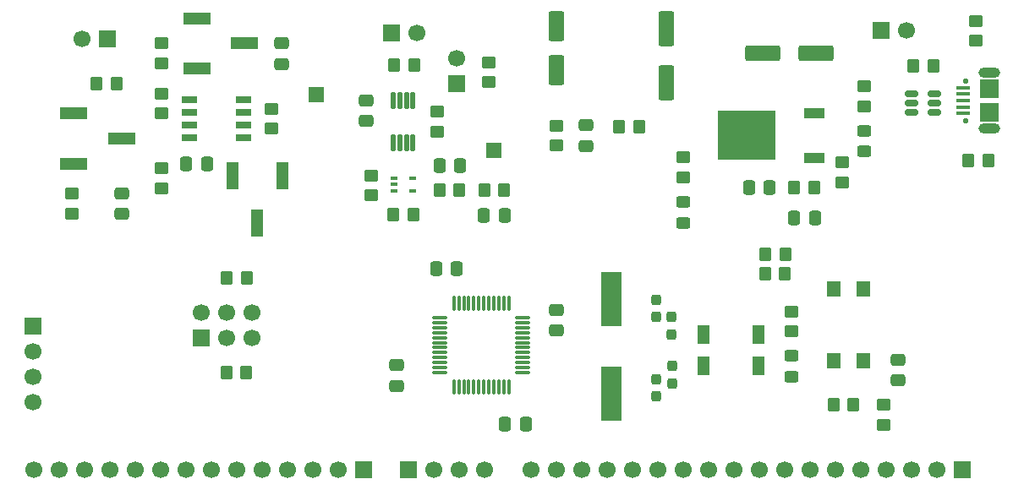
<source format=gbr>
%TF.GenerationSoftware,KiCad,Pcbnew,9.0.6*%
%TF.CreationDate,2025-12-08T21:22:17+01:00*%
%TF.ProjectId,AUPWSW,41555057-5357-42e6-9b69-6361645f7063,rev?*%
%TF.SameCoordinates,Original*%
%TF.FileFunction,Soldermask,Top*%
%TF.FilePolarity,Negative*%
%FSLAX46Y46*%
G04 Gerber Fmt 4.6, Leading zero omitted, Abs format (unit mm)*
G04 Created by KiCad (PCBNEW 9.0.6) date 2025-12-08 21:22:17*
%MOMM*%
%LPD*%
G01*
G04 APERTURE LIST*
G04 Aperture macros list*
%AMRoundRect*
0 Rectangle with rounded corners*
0 $1 Rounding radius*
0 $2 $3 $4 $5 $6 $7 $8 $9 X,Y pos of 4 corners*
0 Add a 4 corners polygon primitive as box body*
4,1,4,$2,$3,$4,$5,$6,$7,$8,$9,$2,$3,0*
0 Add four circle primitives for the rounded corners*
1,1,$1+$1,$2,$3*
1,1,$1+$1,$4,$5*
1,1,$1+$1,$6,$7*
1,1,$1+$1,$8,$9*
0 Add four rect primitives between the rounded corners*
20,1,$1+$1,$2,$3,$4,$5,0*
20,1,$1+$1,$4,$5,$6,$7,0*
20,1,$1+$1,$6,$7,$8,$9,0*
20,1,$1+$1,$8,$9,$2,$3,0*%
G04 Aperture macros list end*
%ADD10RoundRect,0.250000X0.475000X-0.337500X0.475000X0.337500X-0.475000X0.337500X-0.475000X-0.337500X0*%
%ADD11R,1.400000X1.600000*%
%ADD12RoundRect,0.250000X-0.450000X0.350000X-0.450000X-0.350000X0.450000X-0.350000X0.450000X0.350000X0*%
%ADD13RoundRect,0.250000X-0.475000X0.337500X-0.475000X-0.337500X0.475000X-0.337500X0.475000X0.337500X0*%
%ADD14RoundRect,0.250000X0.450000X-0.350000X0.450000X0.350000X-0.450000X0.350000X-0.450000X-0.350000X0*%
%ADD15R,2.100000X1.000000*%
%ADD16R,5.850000X4.900000*%
%ADD17RoundRect,0.250000X-0.350000X-0.450000X0.350000X-0.450000X0.350000X0.450000X-0.350000X0.450000X0*%
%ADD18R,1.525000X0.650000*%
%ADD19RoundRect,0.250000X-0.337500X-0.475000X0.337500X-0.475000X0.337500X0.475000X-0.337500X0.475000X0*%
%ADD20R,1.300000X1.900000*%
%ADD21R,1.700000X1.700000*%
%ADD22C,1.700000*%
%ADD23RoundRect,0.125000X-0.125000X0.687500X-0.125000X-0.687500X0.125000X-0.687500X0.125000X0.687500X0*%
%ADD24C,0.550000*%
%ADD25R,1.350000X0.400000*%
%ADD26O,2.150000X1.050000*%
%ADD27R,1.900000X1.900000*%
%ADD28RoundRect,0.237500X0.237500X-0.300000X0.237500X0.300000X-0.237500X0.300000X-0.237500X-0.300000X0*%
%ADD29RoundRect,0.100000X-0.225000X-0.100000X0.225000X-0.100000X0.225000X0.100000X-0.225000X0.100000X0*%
%ADD30RoundRect,0.250000X0.350000X0.450000X-0.350000X0.450000X-0.350000X-0.450000X0.350000X-0.450000X0*%
%ADD31RoundRect,0.237500X-0.237500X0.300000X-0.237500X-0.300000X0.237500X-0.300000X0.237500X0.300000X0*%
%ADD32RoundRect,0.250000X0.337500X0.475000X-0.337500X0.475000X-0.337500X-0.475000X0.337500X-0.475000X0*%
%ADD33R,1.500000X1.500000*%
%ADD34R,2.800000X1.200000*%
%ADD35RoundRect,0.250000X0.450000X-0.325000X0.450000X0.325000X-0.450000X0.325000X-0.450000X-0.325000X0*%
%ADD36RoundRect,0.250000X0.550000X-1.500000X0.550000X1.500000X-0.550000X1.500000X-0.550000X-1.500000X0*%
%ADD37RoundRect,0.250000X-0.550000X1.250000X-0.550000X-1.250000X0.550000X-1.250000X0.550000X1.250000X0*%
%ADD38RoundRect,0.075000X0.662500X0.075000X-0.662500X0.075000X-0.662500X-0.075000X0.662500X-0.075000X0*%
%ADD39RoundRect,0.075000X0.075000X0.662500X-0.075000X0.662500X-0.075000X-0.662500X0.075000X-0.662500X0*%
%ADD40R,2.000000X5.500000*%
%ADD41R,1.200000X2.800000*%
%ADD42RoundRect,0.150000X0.512500X0.150000X-0.512500X0.150000X-0.512500X-0.150000X0.512500X-0.150000X0*%
%ADD43RoundRect,0.250000X1.500000X0.550000X-1.500000X0.550000X-1.500000X-0.550000X1.500000X-0.550000X0*%
G04 APERTURE END LIST*
D10*
%TO.C,C20*%
X189250000Y-88037500D03*
X189250000Y-85962500D03*
%TD*%
D11*
%TO.C,SW1*%
X185750000Y-86100000D03*
X182750000Y-86100000D03*
X185750000Y-78900000D03*
X182750000Y-78900000D03*
%TD*%
D12*
%TO.C,R21*%
X187750000Y-90500000D03*
X187750000Y-92500000D03*
%TD*%
D13*
%TO.C,C9*%
X158000000Y-62462500D03*
X158000000Y-64537500D03*
%TD*%
D14*
%TO.C,R27*%
X183600000Y-68200000D03*
X183600000Y-66200000D03*
%TD*%
D12*
%TO.C,R20*%
X155000000Y-62500000D03*
X155000000Y-64500000D03*
%TD*%
D15*
%TO.C,U5*%
X180850000Y-61220000D03*
X180850000Y-65780000D03*
D16*
X174050000Y-63500000D03*
%TD*%
D17*
%TO.C,Rmeas1*%
X138775000Y-56412500D03*
X140775000Y-56412500D03*
%TD*%
D18*
%TO.C,U4*%
X118288000Y-59892500D03*
X118288000Y-61162500D03*
X118288000Y-62432500D03*
X118288000Y-63702500D03*
X123712000Y-63702500D03*
X123712000Y-62432500D03*
X123712000Y-61162500D03*
X123712000Y-59892500D03*
%TD*%
D12*
%TO.C,R3*%
X136500000Y-67500000D03*
X136500000Y-69500000D03*
%TD*%
D14*
%TO.C,R25*%
X197000000Y-54000000D03*
X197000000Y-52000000D03*
%TD*%
D19*
%TO.C,C10*%
X143292500Y-66500000D03*
X145367500Y-66500000D03*
%TD*%
D13*
%TO.C,C7*%
X127500000Y-54235000D03*
X127500000Y-56310000D03*
%TD*%
D20*
%TO.C,Y2*%
X169716000Y-86614000D03*
X169716000Y-83414000D03*
X175216000Y-83414000D03*
X175216000Y-86614000D03*
%TD*%
D14*
%TO.C,R16*%
X185800000Y-60562500D03*
X185800000Y-58562500D03*
%TD*%
D12*
%TO.C,R10*%
X106500000Y-69322500D03*
X106500000Y-71322500D03*
%TD*%
D21*
%TO.C,J9*%
X102600000Y-82590000D03*
D22*
X102600000Y-85130000D03*
X102600000Y-87670000D03*
X102600000Y-90210000D03*
%TD*%
D23*
%TO.C,U1*%
X140650000Y-60000000D03*
X140000000Y-60000000D03*
X139350000Y-60000000D03*
X138700000Y-60000000D03*
X138700000Y-64225000D03*
X139350000Y-64225000D03*
X140000000Y-64225000D03*
X140650000Y-64225000D03*
%TD*%
D10*
%TO.C,C11*%
X136000000Y-62037500D03*
X136000000Y-59962500D03*
%TD*%
D24*
%TO.C,J7*%
X196025000Y-62000000D03*
X196025000Y-58000000D03*
D25*
X195700000Y-61300000D03*
X195700000Y-60650000D03*
X195700000Y-60000000D03*
X195700000Y-59350000D03*
X195700000Y-58700000D03*
D26*
X198375000Y-62825000D03*
D27*
X198375000Y-61200000D03*
X198375000Y-58800000D03*
D26*
X198375000Y-57175000D03*
%TD*%
D17*
%TO.C,R7*%
X175927000Y-75438000D03*
X177927000Y-75438000D03*
%TD*%
D21*
%TO.C,J6*%
X140190000Y-97000000D03*
D22*
X142730000Y-97000000D03*
X145270000Y-97000000D03*
X147810000Y-97000000D03*
%TD*%
D17*
%TO.C,R5*%
X143300000Y-69000000D03*
X145300000Y-69000000D03*
%TD*%
D28*
%TO.C,C5*%
X166573200Y-83410200D03*
X166573200Y-81685200D03*
%TD*%
D29*
%TO.C,U2*%
X138750000Y-67750000D03*
X138750000Y-68400000D03*
X138750000Y-69050000D03*
X140650000Y-69050000D03*
X140650000Y-67750000D03*
%TD*%
D30*
%TO.C,R26*%
X180850000Y-68720000D03*
X178850000Y-68720000D03*
%TD*%
D14*
%TO.C,R12*%
X115500000Y-61297500D03*
X115500000Y-59297500D03*
%TD*%
D31*
%TO.C,C3*%
X164973000Y-79937500D03*
X164973000Y-81662500D03*
%TD*%
D32*
%TO.C,C15*%
X151968300Y-92456000D03*
X149893300Y-92456000D03*
%TD*%
D33*
%TO.C,TP1*%
X148717000Y-65024000D03*
%TD*%
D34*
%TO.C,RV3*%
X106700000Y-61297500D03*
X111500000Y-63797500D03*
X106700000Y-66297500D03*
%TD*%
D21*
%TO.C,J3*%
X187525000Y-53000000D03*
D22*
X190065000Y-53000000D03*
%TD*%
D34*
%TO.C,RV1*%
X119000000Y-51747500D03*
X123800000Y-54247500D03*
X119000000Y-56747500D03*
%TD*%
D14*
%TO.C,R15*%
X167700000Y-67700000D03*
X167700000Y-65700000D03*
%TD*%
D28*
%TO.C,C2*%
X164973000Y-89662500D03*
X164973000Y-87937500D03*
%TD*%
D10*
%TO.C,C14*%
X139052250Y-88582550D03*
X139052250Y-86507550D03*
%TD*%
D33*
%TO.C,TP2*%
X130937000Y-59436000D03*
%TD*%
D12*
%TO.C,R1*%
X143075000Y-61112500D03*
X143075000Y-63112500D03*
%TD*%
D14*
%TO.C,R11*%
X115500000Y-68797500D03*
X115500000Y-66797500D03*
%TD*%
D35*
%TO.C,D2*%
X185800000Y-65087500D03*
X185800000Y-63037500D03*
%TD*%
D17*
%TO.C,R8*%
X175911000Y-77343000D03*
X177911000Y-77343000D03*
%TD*%
D36*
%TO.C,C18*%
X166000000Y-58200000D03*
X166000000Y-52800000D03*
%TD*%
D13*
%TO.C,C6*%
X111500000Y-69285000D03*
X111500000Y-71360000D03*
%TD*%
D30*
%TO.C,FB1*%
X163300000Y-62600000D03*
X161300000Y-62600000D03*
%TD*%
D14*
%TO.C,R2*%
X148209000Y-58150000D03*
X148209000Y-56150000D03*
%TD*%
D37*
%TO.C,C8*%
X155000000Y-52580000D03*
X155000000Y-56980000D03*
%TD*%
D31*
%TO.C,C4*%
X166624000Y-86610600D03*
X166624000Y-88335600D03*
%TD*%
D21*
%TO.C,J8*%
X110075000Y-53800000D03*
D22*
X107535000Y-53800000D03*
%TD*%
D14*
%TO.C,R14*%
X126500000Y-62822500D03*
X126500000Y-60822500D03*
%TD*%
D38*
%TO.C,U3*%
X151662500Y-87250000D03*
X151662500Y-86750000D03*
X151662500Y-86250000D03*
X151662500Y-85750000D03*
X151662500Y-85250000D03*
X151662500Y-84750000D03*
X151662500Y-84250000D03*
X151662500Y-83750000D03*
X151662500Y-83250000D03*
X151662500Y-82750000D03*
X151662500Y-82250000D03*
X151662500Y-81750000D03*
D39*
X150250000Y-80337500D03*
X149750000Y-80337500D03*
X149250000Y-80337500D03*
X148750000Y-80337500D03*
X148250000Y-80337500D03*
X147750000Y-80337500D03*
X147250000Y-80337500D03*
X146750000Y-80337500D03*
X146250000Y-80337500D03*
X145750000Y-80337500D03*
X145250000Y-80337500D03*
X144750000Y-80337500D03*
D38*
X143337500Y-81750000D03*
X143337500Y-82250000D03*
X143337500Y-82750000D03*
X143337500Y-83250000D03*
X143337500Y-83750000D03*
X143337500Y-84250000D03*
X143337500Y-84750000D03*
X143337500Y-85250000D03*
X143337500Y-85750000D03*
X143337500Y-86250000D03*
X143337500Y-86750000D03*
X143337500Y-87250000D03*
D39*
X144750000Y-88662500D03*
X145250000Y-88662500D03*
X145750000Y-88662500D03*
X146250000Y-88662500D03*
X146750000Y-88662500D03*
X147250000Y-88662500D03*
X147750000Y-88662500D03*
X148250000Y-88662500D03*
X148750000Y-88662500D03*
X149250000Y-88662500D03*
X149750000Y-88662500D03*
X150250000Y-88662500D03*
%TD*%
D19*
%TO.C,C16*%
X142959000Y-76835000D03*
X145034000Y-76835000D03*
%TD*%
D14*
%TO.C,R17*%
X178522000Y-83114000D03*
X178522000Y-81114000D03*
%TD*%
D21*
%TO.C,J1*%
X138500000Y-53212500D03*
D22*
X141040000Y-53212500D03*
%TD*%
D40*
%TO.C,Y1*%
X160487000Y-89400000D03*
X160487000Y-79900000D03*
%TD*%
D41*
%TO.C,RV2*%
X127550000Y-67497500D03*
X125050000Y-72297500D03*
X122550000Y-67497500D03*
%TD*%
D14*
%TO.C,R13*%
X115500000Y-56272500D03*
X115500000Y-54272500D03*
%TD*%
D42*
%TO.C,U6*%
X192887500Y-61200000D03*
X192887500Y-60250000D03*
X192887500Y-59300000D03*
X190612500Y-59300000D03*
X190612500Y-60250000D03*
X190612500Y-61200000D03*
%TD*%
D21*
%TO.C,J10*%
X195680000Y-97000000D03*
D22*
X193140000Y-97000000D03*
X190600000Y-97000000D03*
X188060000Y-97000000D03*
X185520000Y-97000000D03*
X182980000Y-97000000D03*
X180440000Y-97000000D03*
X177900000Y-97000000D03*
X175360000Y-97000000D03*
X172820000Y-97000000D03*
X170280000Y-97000000D03*
X167740000Y-97000000D03*
X165200000Y-97000000D03*
X162660000Y-97000000D03*
X160120000Y-97000000D03*
X157580000Y-97000000D03*
X155040000Y-97000000D03*
X152500000Y-97000000D03*
%TD*%
D21*
%TO.C,J4*%
X135700000Y-97000000D03*
D22*
X133160000Y-97000000D03*
X130620000Y-97000000D03*
X128080000Y-97000000D03*
X125540000Y-97000000D03*
X123000000Y-97000000D03*
X120460000Y-97000000D03*
X117920000Y-97000000D03*
X115380000Y-97000000D03*
X112840000Y-97000000D03*
X110300000Y-97000000D03*
X107760000Y-97000000D03*
X105220000Y-97000000D03*
X102680000Y-97000000D03*
%TD*%
D35*
%TO.C,D3*%
X178562000Y-87639000D03*
X178562000Y-85589000D03*
%TD*%
D32*
%TO.C,C21*%
X180887500Y-71720000D03*
X178812500Y-71720000D03*
%TD*%
D30*
%TO.C,R24*%
X198250000Y-66000000D03*
X196250000Y-66000000D03*
%TD*%
D13*
%TO.C,C13*%
X155000000Y-80962500D03*
X155000000Y-83037500D03*
%TD*%
D30*
%TO.C,R23*%
X192750000Y-56500000D03*
X190750000Y-56500000D03*
%TD*%
D17*
%TO.C,R4*%
X138700000Y-71400000D03*
X140700000Y-71400000D03*
%TD*%
D19*
%TO.C,C1*%
X147762500Y-71500000D03*
X149837500Y-71500000D03*
%TD*%
D30*
%TO.C,R18*%
X123960000Y-87230000D03*
X121960000Y-87230000D03*
%TD*%
D21*
%TO.C,J5*%
X119420000Y-83770000D03*
D22*
X119420000Y-81230000D03*
X121960000Y-83770000D03*
X121960000Y-81230000D03*
X124500000Y-83770000D03*
X124500000Y-81230000D03*
%TD*%
D43*
%TO.C,C17*%
X181050000Y-55220000D03*
X175650000Y-55220000D03*
%TD*%
D30*
%TO.C,R22*%
X184750000Y-90500000D03*
X182750000Y-90500000D03*
%TD*%
D32*
%TO.C,C12*%
X120037500Y-66297500D03*
X117962500Y-66297500D03*
%TD*%
%TO.C,C19*%
X176387500Y-68720000D03*
X174312500Y-68720000D03*
%TD*%
D17*
%TO.C,R9*%
X109000000Y-58322500D03*
X111000000Y-58322500D03*
%TD*%
%TO.C,R6*%
X147800000Y-69000000D03*
X149800000Y-69000000D03*
%TD*%
D35*
%TO.C,D1*%
X167700000Y-72225000D03*
X167700000Y-70175000D03*
%TD*%
D30*
%TO.C,R19*%
X124000000Y-77730000D03*
X122000000Y-77730000D03*
%TD*%
D21*
%TO.C,J2*%
X145034000Y-58293000D03*
D22*
X145034000Y-55753000D03*
%TD*%
M02*

</source>
